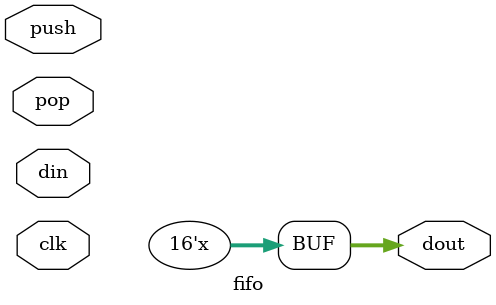
<source format=v>
module fifo 
#(
    parameter DATA_WIDTH = 16,      // --CHANGED
    parameter PTR_WIDTH = 2         // --CHANGED     
)
(
    input clk,                       
    input [DATA_WIDTH-1:0] din, 
    input push,               
    input pop,               
    output reg [DATA_WIDTH-1:0] dout
    );

    reg [PTR_WIDTH-1:0] read_pointer;
    reg [PTR_WIDTH-1:0] write_pointer;
    reg read_flag, write_flag; 
    reg [DATA_WIDTH-1:0] mem [0:(2**PTR_WIDTH)-1];

    assign empty = (read_pointer == write_pointer) && (read_flag == write_flag);
    assign full = (read_pointer == write_pointer) && (read_flag != write_flag);

    // --ADDED
    initial begin
        read_flag = 0;
        write_flag = 0;
        read_pointer = 0;
        write_pointer = 0;
    end

    always @(posedge clk) begin

        if (push && !full) begin
            mem[write_pointer] = din;
            write_pointer = (write_pointer + 1) % (1 << PTR_WIDTH);
            if (write_pointer == 0) write_flag = ~write_flag; 
        end

        if (pop && !empty) begin
            read_pointer = (read_pointer + 1) % (1 << PTR_WIDTH);
            if (read_pointer == 0) read_flag = ~read_flag;  
        end

    end

    always @(*) begin
        if (pop && !empty) begin
            dout = mem[read_pointer];
            mem[read_pointer] = 0;
        end
    end

endmodule

</source>
